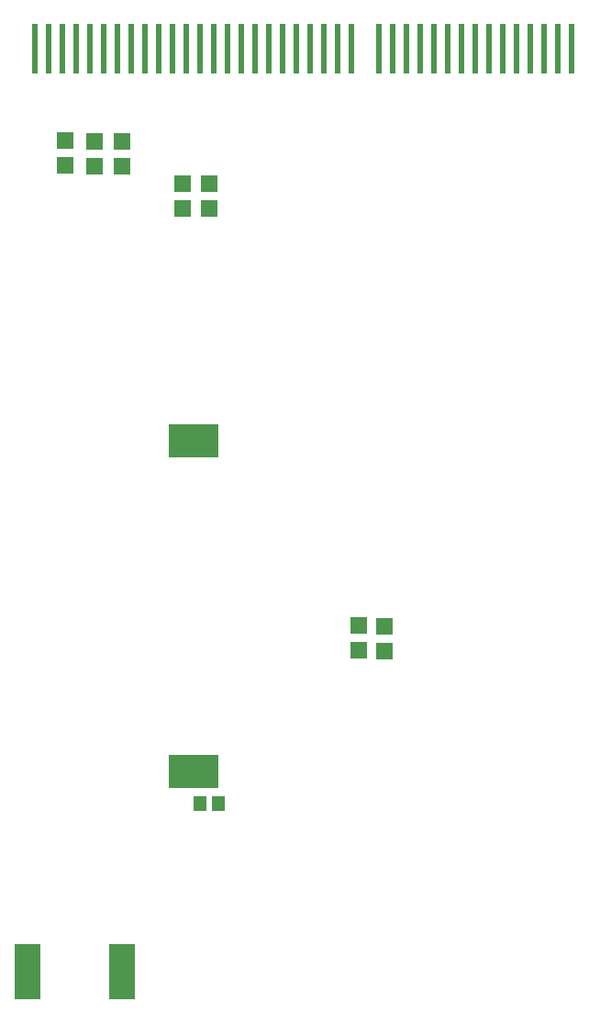
<source format=gbr>
%TF.GenerationSoftware,Altium Limited,Altium Designer,23.2.1 (34)*%
G04 Layer_Color=128*
%FSLAX45Y45*%
%MOMM*%
%TF.SameCoordinates,CECF9715-3839-4E6E-A075-D830FB70F3A2*%
%TF.FilePolarity,Positive*%
%TF.FileFunction,Paste,Bot*%
%TF.Part,Single*%
G01*
G75*
%TA.AperFunction,SMDPad,CuDef*%
%ADD10R,1.52400X1.52400*%
%ADD11R,1.52400X1.52400*%
%ADD12R,0.53000X4.57200*%
%ADD20R,1.20000X1.40000*%
%ADD23R,2.41300X5.08000*%
%ADD43R,4.57200X3.04800*%
D10*
X3925000Y8514300D02*
D03*
Y8285700D02*
D03*
X3120000Y8904300D02*
D03*
Y8675700D02*
D03*
X2860000Y8908600D02*
D03*
Y8680000D02*
D03*
X2590000Y8918600D02*
D03*
Y8690000D02*
D03*
X3675000Y8514300D02*
D03*
X5537200Y4211480D02*
D03*
Y4440080D02*
D03*
X5300000Y4215700D02*
D03*
Y4444300D02*
D03*
D11*
X3675000Y8285700D02*
D03*
D12*
X7270700Y9760000D02*
D03*
X6000700D02*
D03*
X6127700D02*
D03*
X6254700D02*
D03*
X6381700D02*
D03*
X6508700D02*
D03*
X6635700D02*
D03*
X6762700D02*
D03*
X6889700D02*
D03*
X3841700D02*
D03*
X3968700D02*
D03*
X4603700D02*
D03*
X4730700D02*
D03*
X4857700D02*
D03*
X4984700D02*
D03*
X5111700D02*
D03*
X5492700D02*
D03*
X5619700D02*
D03*
X5746700D02*
D03*
X5238700D02*
D03*
X7143700D02*
D03*
X7016700D02*
D03*
X5873700D02*
D03*
X4476700D02*
D03*
X4349700D02*
D03*
X4222700D02*
D03*
X4095700D02*
D03*
X3714700D02*
D03*
X3587700D02*
D03*
X3460700D02*
D03*
X3333700D02*
D03*
X3206700D02*
D03*
X3079700D02*
D03*
X2952700D02*
D03*
X2825700D02*
D03*
X2698700D02*
D03*
X2571700D02*
D03*
X2444700D02*
D03*
X2317700D02*
D03*
D20*
X3835000Y2800000D02*
D03*
X4005000D02*
D03*
D23*
X3118150Y1250000D02*
D03*
X2241850D02*
D03*
D43*
X3775000Y3100000D02*
D03*
Y6148000D02*
D03*
%TF.MD5,4654938bfb6d4f09f9556669e3540930*%
M02*

</source>
